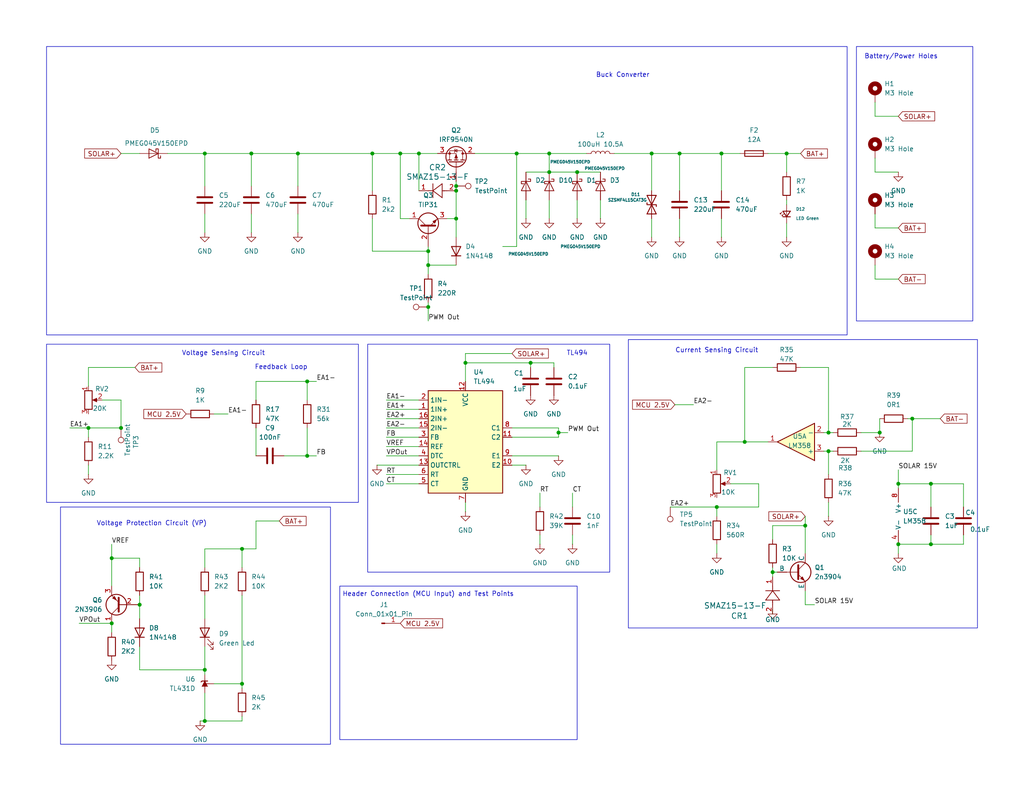
<source format=kicad_sch>
(kicad_sch (version 20231120) (generator "eeschema") (generator_version "8.0")
  (paper "USLetter")
  (title_block (title "Main"))
  (junction (at 226.06 118.11))
  (junction (at 185.42 41.91))
  (junction (at 226.06 123.19))
  (junction (at 127 99.06))
  (junction (at 149.86 46.99))
  (junction (at 195.58 138.43))
  (junction (at 245.11 148.59))
  (junction (at 254 148.59))
  (junction (at 38.1 165.1))
  (junction (at 157.48 46.99))
  (junction (at 114.3 41.91))
  (junction (at 30.48 170.18))
  (junction (at 203.2 120.65))
  (junction (at 66.04 149.86))
  (junction (at 124.46 52.07))
  (junction (at 214.63 41.91))
  (junction (at 68.58 41.91))
  (junction (at 219.71 143.51))
  (junction (at 140.97 41.91))
  (junction (at 83.82 104.14))
  (junction (at 33.02 116.84))
  (junction (at 24.13 116.84))
  (junction (at 101.6 41.91))
  (junction (at 248.92 114.3))
  (junction (at 30.48 152.4))
  (junction (at 124.46 50.8))
  (junction (at 55.88 41.91))
  (junction (at 144.78 99.06))
  (junction (at 210.82 156.21))
  (junction (at 254 132.08))
  (junction (at 109.22 41.91))
  (junction (at 152.4 118.11))
  (junction (at 196.85 41.91))
  (junction (at 124.46 59.69))
  (junction (at 55.88 182.88))
  (junction (at 116.84 83.82))
  (junction (at 116.84 68.58))
  (junction (at 81.28 41.91))
  (junction (at 66.04 186.69))
  (junction (at 116.84 72.39))
  (junction (at 240.03 118.11))
  (junction (at 55.88 196.85))
  (junction (at 245.11 132.08))
  (junction (at 177.8 41.91))
  (junction (at 149.86 41.91))
  (junction (at 83.82 124.46))
  (wire (pts (xy 116.84 67.31) (xy 116.84 68.58)))
  (wire (pts (xy 144.78 99.06) (xy 144.78 100.33)))
  (wire (pts (xy 109.22 41.91) (xy 114.3 41.91)))
  (wire (pts (xy 238.76 58.42) (xy 238.76 62.23)))
  (wire (pts (xy 30.48 170.18) (xy 30.48 172.72)))
  (wire (pts (xy 101.6 59.69) (xy 101.6 68.58)))
  (wire (pts (xy 139.7 124.46) (xy 152.4 124.46)))
  (wire (pts (xy 137.16 67.31) (xy 140.97 67.31)))
  (wire (pts (xy 157.48 54.61) (xy 157.48 59.69)))
  (wire (pts (xy 24.13 116.84) (xy 24.13 119.38)))
  (wire (pts (xy 210.82 156.21) (xy 210.82 157.48)))
  (wire (pts (xy 214.63 60.96) (xy 214.63 64.77)))
  (wire (pts (xy 214.63 54.61) (xy 214.63 55.88)))
  (wire (pts (xy 219.71 140.97) (xy 219.71 143.51)))
  (wire (pts (xy 83.82 104.14) (xy 83.82 109.22)))
  (wire (pts (xy 55.88 176.53) (xy 55.88 182.88)))
  (wire (pts (xy 139.7 96.52) (xy 127 96.52)))
  (wire (pts (xy 254 148.59) (xy 262.89 148.59)))
  (wire (pts (xy 38.1 162.56) (xy 38.1 165.1)))
  (wire (pts (xy 199.39 132.08) (xy 207.01 132.08)))
  (wire (pts (xy 68.58 41.91) (xy 68.58 50.8)))
  (wire (pts (xy 55.88 162.56) (xy 55.88 168.91)))
  (wire (pts (xy 226.06 137.16) (xy 226.06 140.97)))
  (wire (pts (xy 30.48 152.4) (xy 30.48 160.02)))
  (wire (pts (xy 27.94 109.22) (xy 33.02 109.22)))
  (wire (pts (xy 167.64 41.91) (xy 177.8 41.91)))
  (wire (pts (xy 210.82 100.33) (xy 203.2 100.33)))
  (wire (pts (xy 105.41 114.3) (xy 114.3 114.3)))
  (wire (pts (xy 33.02 41.91) (xy 38.1 41.91)))
  (wire (pts (xy 151.13 99.06) (xy 151.13 100.33)))
  (wire (pts (xy 262.89 148.59) (xy 262.89 146.05)))
  (wire (pts (xy 224.79 123.19) (xy 226.06 123.19)))
  (wire (pts (xy 124.46 50.8) (xy 124.46 52.07)))
  (wire (pts (xy 121.92 59.69) (xy 124.46 59.69)))
  (wire (pts (xy 124.46 59.69) (xy 124.46 64.77)))
  (wire (pts (xy 227.33 118.11) (xy 226.06 118.11)))
  (wire (pts (xy 55.88 41.91) (xy 68.58 41.91)))
  (wire (pts (xy 210.82 154.94) (xy 210.82 156.21)))
  (wire (pts (xy 69.85 104.14) (xy 83.82 104.14)))
  (wire (pts (xy 214.63 41.91) (xy 214.63 46.99)))
  (wire (pts (xy 55.88 41.91) (xy 55.88 50.8)))
  (wire (pts (xy 33.02 109.22) (xy 33.02 116.84)))
  (wire (pts (xy 55.88 149.86) (xy 66.04 149.86)))
  (wire (pts (xy 226.06 123.19) (xy 226.06 129.54)))
  (wire (pts (xy 212.09 156.21) (xy 210.82 156.21)))
  (wire (pts (xy 55.88 196.85) (xy 66.04 196.85)))
  (wire (pts (xy 152.4 118.11) (xy 154.94 118.11)))
  (wire (pts (xy 38.1 154.94) (xy 38.1 152.4)))
  (wire (pts (xy 68.58 41.91) (xy 81.28 41.91)))
  (wire (pts (xy 109.22 59.69) (xy 111.76 59.69)))
  (wire (pts (xy 69.85 116.84) (xy 69.85 124.46)))
  (wire (pts (xy 38.1 176.53) (xy 38.1 182.88)))
  (wire (pts (xy 177.8 41.91) (xy 185.42 41.91)))
  (wire (pts (xy 226.06 123.19) (xy 227.33 123.19)))
  (wire (pts (xy 140.97 41.91) (xy 149.86 41.91)))
  (wire (pts (xy 45.72 41.91) (xy 55.88 41.91)))
  (wire (pts (xy 76.2 142.24) (xy 69.85 142.24)))
  (wire (pts (xy 66.04 186.69) (xy 66.04 187.96)))
  (wire (pts (xy 101.6 41.91) (xy 101.6 52.07)))
  (wire (pts (xy 83.82 104.14) (xy 86.36 104.14)))
  (wire (pts (xy 238.76 27.94) (xy 238.76 31.75)))
  (wire (pts (xy 185.42 41.91) (xy 196.85 41.91)))
  (wire (pts (xy 83.82 124.46) (xy 86.36 124.46)))
  (wire (pts (xy 226.06 118.11) (xy 224.79 118.11)))
  (wire (pts (xy 105.41 111.76) (xy 114.3 111.76)))
  (wire (pts (xy 152.4 116.84) (xy 152.4 118.11)))
  (wire (pts (xy 81.28 58.42) (xy 81.28 63.5)))
  (wire (pts (xy 55.88 182.88) (xy 38.1 182.88)))
  (wire (pts (xy 214.63 41.91) (xy 209.55 41.91)))
  (wire (pts (xy 149.86 41.91) (xy 160.02 41.91)))
  (wire (pts (xy 157.48 46.99) (xy 163.83 46.99)))
  (wire (pts (xy 195.58 138.43) (xy 207.01 138.43)))
  (wire (pts (xy 248.92 123.19) (xy 248.92 114.3)))
  (wire (pts (xy 262.89 132.08) (xy 254 132.08)))
  (wire (pts (xy 207.01 132.08) (xy 207.01 138.43)))
  (wire (pts (xy 195.58 120.65) (xy 203.2 120.65)))
  (wire (pts (xy 219.71 165.1) (xy 222.25 165.1)))
  (wire (pts (xy 203.2 120.65) (xy 209.55 120.65)))
  (wire (pts (xy 149.86 54.61) (xy 149.86 59.69)))
  (wire (pts (xy 254 132.08) (xy 245.11 132.08)))
  (wire (pts (xy 248.92 114.3) (xy 256.54 114.3)))
  (wire (pts (xy 210.82 143.51) (xy 210.82 147.32)))
  (wire (pts (xy 69.85 142.24) (xy 69.85 149.86)))
  (wire (pts (xy 102.87 127) (xy 114.3 127)))
  (wire (pts (xy 234.95 123.19) (xy 248.92 123.19)))
  (wire (pts (xy 245.11 128.27) (xy 245.11 132.08)))
  (wire (pts (xy 143.51 46.99) (xy 149.86 46.99)))
  (wire (pts (xy 105.41 124.46) (xy 114.3 124.46)))
  (wire (pts (xy 58.42 186.69) (xy 66.04 186.69)))
  (wire (pts (xy 152.4 118.11) (xy 152.4 119.38)))
  (wire (pts (xy 196.85 59.69) (xy 196.85 64.77)))
  (wire (pts (xy 203.2 100.33) (xy 203.2 120.65)))
  (wire (pts (xy 234.95 118.11) (xy 240.03 118.11)))
  (wire (pts (xy 139.7 116.84) (xy 152.4 116.84)))
  (wire (pts (xy 55.88 149.86) (xy 55.88 154.94)))
  (wire (pts (xy 114.3 41.91) (xy 119.38 41.91)))
  (wire (pts (xy 77.47 124.46) (xy 83.82 124.46)))
  (wire (pts (xy 116.84 68.58) (xy 116.84 72.39)))
  (wire (pts (xy 129.54 41.91) (xy 140.97 41.91)))
  (wire (pts (xy 116.84 72.39) (xy 124.46 72.39)))
  (wire (pts (xy 238.76 76.2) (xy 245.11 76.2)))
  (wire (pts (xy 66.04 149.86) (xy 69.85 149.86)))
  (wire (pts (xy 140.97 67.31) (xy 140.97 41.91)))
  (wire (pts (xy 139.7 127) (xy 143.51 127)))
  (wire (pts (xy 147.32 146.05) (xy 147.32 148.59)))
  (wire (pts (xy 38.1 165.1) (xy 38.1 168.91)))
  (wire (pts (xy 116.84 82.55) (xy 116.84 83.82)))
  (wire (pts (xy 55.88 58.42) (xy 55.88 63.5)))
  (wire (pts (xy 127 96.52) (xy 127 99.06)))
  (wire (pts (xy 24.13 127) (xy 24.13 129.54)))
  (wire (pts (xy 109.22 41.91) (xy 109.22 59.69)))
  (wire (pts (xy 238.76 43.18) (xy 238.76 46.99)))
  (wire (pts (xy 66.04 162.56) (xy 66.04 186.69)))
  (wire (pts (xy 238.76 31.75) (xy 245.11 31.75)))
  (wire (pts (xy 210.82 143.51) (xy 219.71 143.51)))
  (wire (pts (xy 163.83 54.61) (xy 163.83 59.69)))
  (wire (pts (xy 247.65 114.3) (xy 248.92 114.3)))
  (wire (pts (xy 218.44 100.33) (xy 226.06 100.33)))
  (wire (pts (xy 105.41 132.08) (xy 114.3 132.08)))
  (wire (pts (xy 116.84 72.39) (xy 116.84 74.93)))
  (wire (pts (xy 149.86 46.99) (xy 157.48 46.99)))
  (wire (pts (xy 182.88 138.43) (xy 195.58 138.43)))
  (wire (pts (xy 105.41 109.22) (xy 114.3 109.22)))
  (wire (pts (xy 21.59 170.18) (xy 30.48 170.18)))
  (wire (pts (xy 55.88 182.88) (xy 55.88 184.15)))
  (wire (pts (xy 81.28 41.91) (xy 81.28 50.8)))
  (wire (pts (xy 245.11 151.13) (xy 245.11 148.59)))
  (wire (pts (xy 127 99.06) (xy 144.78 99.06)))
  (wire (pts (xy 101.6 68.58) (xy 116.84 68.58)))
  (wire (pts (xy 254 132.08) (xy 254 138.43)))
  (wire (pts (xy 195.58 148.59) (xy 195.58 151.13)))
  (wire (pts (xy 55.88 189.23) (xy 55.88 196.85)))
  (wire (pts (xy 58.42 113.03) (xy 62.23 113.03)))
  (wire (pts (xy 30.48 152.4) (xy 38.1 152.4)))
  (wire (pts (xy 24.13 100.33) (xy 36.83 100.33)))
  (wire (pts (xy 185.42 52.07) (xy 185.42 41.91)))
  (wire (pts (xy 147.32 134.62) (xy 147.32 138.43)))
  (wire (pts (xy 55.88 196.85) (xy 54.61 196.85)))
  (wire (pts (xy 149.86 41.91) (xy 149.86 46.99)))
  (wire (pts (xy 101.6 41.91) (xy 109.22 41.91)))
  (wire (pts (xy 105.41 121.92) (xy 114.3 121.92)))
  (wire (pts (xy 238.76 72.39) (xy 238.76 76.2)))
  (wire (pts (xy 184.15 110.49) (xy 189.23 110.49)))
  (wire (pts (xy 127 137.16) (xy 127 139.7)))
  (wire (pts (xy 196.85 41.91) (xy 196.85 52.07)))
  (wire (pts (xy 143.51 54.61) (xy 143.51 59.69)))
  (wire (pts (xy 105.41 129.54) (xy 114.3 129.54)))
  (wire (pts (xy 30.48 148.59) (xy 30.48 152.4)))
  (wire (pts (xy 139.7 119.38) (xy 152.4 119.38)))
  (wire (pts (xy 105.41 116.84) (xy 114.3 116.84)))
  (wire (pts (xy 24.13 100.33) (xy 24.13 105.41)))
  (wire (pts (xy 66.04 196.85) (xy 66.04 195.58)))
  (wire (pts (xy 195.58 138.43) (xy 195.58 140.97)))
  (wire (pts (xy 66.04 149.86) (xy 66.04 154.94)))
  (wire (pts (xy 177.8 41.91) (xy 177.8 52.07)))
  (wire (pts (xy 105.41 119.38) (xy 114.3 119.38)))
  (wire (pts (xy 210.82 166.37) (xy 210.82 167.64)))
  (wire (pts (xy 238.76 46.99) (xy 245.11 46.99)))
  (wire (pts (xy 116.84 83.82) (xy 116.84 87.63)))
  (wire (pts (xy 114.3 41.91) (xy 114.3 52.07)))
  (wire (pts (xy 185.42 59.69) (xy 185.42 64.77)))
  (wire (pts (xy 238.76 62.23) (xy 245.11 62.23)))
  (wire (pts (xy 156.21 146.05) (xy 156.21 148.59)))
  (wire (pts (xy 69.85 109.22) (xy 69.85 104.14)))
  (wire (pts (xy 226.06 100.33) (xy 226.06 118.11)))
  (wire (pts (xy 254 148.59) (xy 254 146.05)))
  (wire (pts (xy 124.46 52.07) (xy 124.46 59.69)))
  (wire (pts (xy 68.58 58.42) (xy 68.58 63.5)))
  (wire (pts (xy 177.8 59.69) (xy 177.8 64.77)))
  (wire (pts (xy 144.78 99.06) (xy 151.13 99.06)))
  (wire (pts (xy 127 99.06) (xy 127 104.14)))
  (wire (pts (xy 214.63 41.91) (xy 218.44 41.91)))
  (wire (pts (xy 19.05 116.84) (xy 24.13 116.84)))
  (wire (pts (xy 262.89 138.43) (xy 262.89 132.08)))
  (wire (pts (xy 83.82 116.84) (xy 83.82 124.46)))
  (wire (pts (xy 196.85 41.91) (xy 201.93 41.91)))
  (wire (pts (xy 124.46 49.53) (xy 124.46 50.8)))
  (wire (pts (xy 245.11 132.08) (xy 245.11 133.35)))
  (wire (pts (xy 240.03 114.3) (xy 240.03 118.11)))
  (wire (pts (xy 219.71 143.51) (xy 219.71 151.13)))
  (wire (pts (xy 245.11 148.59) (xy 254 148.59)))
  (wire (pts (xy 219.71 161.29) (xy 219.71 165.1)))
  (wire (pts (xy 81.28 41.91) (xy 101.6 41.91)))
  (wire (pts (xy 33.02 116.84) (xy 24.13 116.84)))
  (wire (pts (xy 195.58 120.65) (xy 195.58 128.27)))
  (wire (pts (xy 156.21 134.62) (xy 156.21 138.43)))
  (rectangle (start 233.68 12.7) (end 265.43 87.63))
  (rectangle (start 12.7 12.7) (end 231.14 91.44))
  (rectangle (start 171.45 92.71) (end 266.7 171.45))
  (rectangle (start 12.7 93.98) (end 97.79 137.16))
  (rectangle (start 100.33 93.98) (end 166.37 156.21))
  (rectangle (start 16.51 138.43) (end 90.17 203.2))
  (rectangle (start 92.71 160.02) (end 157.48 201.93))
  (text "Voltage Protection Circuit (VP)" (at 41.402 143.002 0) (effects (font (size 1.27 1.27))))
  (text "Voltage Sensing Circuit" (at 60.96 96.52 0) (effects (font (size 1.27 1.27))))
  (text "Feedback Loop" (at 76.708 100.33 0) (effects (font (size 1.27 1.27))))
  (text "Header Connection (MCU Input) and Test Points\n\n" (at 116.84 163.322 0) (effects (font (size 1.27 1.27))))
  (text "Current Sensing Circuit" (at 195.58 95.758 0) (effects (font (size 1.27 1.27))))
  (text "Battery/Power Holes\n" (at 245.872 15.494 0) (effects (font (size 1.27 1.27))))
  (text "Buck Converter\n" (at 169.926 20.574 0) (effects (font (size 1.27 1.27))))
  (text "TL494" (at 157.48 96.52 0) (effects (font (size 1.27 1.27))))
  (label "EA2-" (at 189.23 110.49 0))
  (label "FB" (at 86.36 124.46 0))
  (label "VPOut" (at 21.59 170.18 0))
  (label "EA2-" (at 105.41 116.84 0))
  (label "EA1+" (at 19.05 116.84 0))
  (label "CT" (at 105.41 132.08 0))
  (label "VREF" (at 105.41 121.92 0))
  (label "RT" (at 105.41 129.54 0))
  (label "SOLAR 15V" (at 222.25 165.1 0))
  (label "VPOut" (at 105.41 124.46 0))
  (label "EA2+" (at 182.88 138.43 0))
  (label "RT" (at 147.32 134.62 0))
  (label "PWM Out" (at 154.94 118.11 0))
  (label "EA1+" (at 105.41 111.76 0))
  (label "EA2+" (at 105.41 114.3 0))
  (label "VREF" (at 30.48 148.59 0))
  (label "CT" (at 156.21 134.62 0))
  (label "EA1-" (at 105.41 109.22 0))
  (label "FB" (at 105.41 119.38 0))
  (label "PWM Out" (at 116.84 87.63 0))
  (label "EA1-" (at 86.36 104.14 0))
  (label "EA1-" (at 62.23 113.03 0))
  (label "SOLAR 15V" (at 245.11 128.27 0))
  (global_label "BAT-" (shape input) (at 256.54 114.3 0) (property "Intersheetrefs" "${INTERSHEET_REFS}" (effects (hide yes))))
  (global_label "SOLAR+" (shape input) (at 139.7 96.52 0) (property "Intersheetrefs" "${INTERSHEET_REFS}" (effects (hide yes))))
  (global_label "BAT+" (shape input) (at 245.11 62.23 0) (property "Intersheetrefs" "${INTERSHEET_REFS}" (effects (hide yes))))
  (global_label "BAT+" (shape input) (at 76.2 142.24 0) (property "Intersheetrefs" "${INTERSHEET_REFS}" (effects (hide yes))))
  (global_label "SOLAR+" (shape input) (at 33.02 41.91 180) (property "Intersheetrefs" "${INTERSHEET_REFS}" (effects (hide yes))))
  (global_label "BAT+" (shape input) (at 218.44 41.91 0) (property "Intersheetrefs" "${INTERSHEET_REFS}" (effects (hide yes))))
  (global_label "BAT-" (shape input) (at 245.11 76.2 0) (property "Intersheetrefs" "${INTERSHEET_REFS}" (effects (hide yes))))
  (global_label "MCU 2.5V" (shape input) (at 50.8 113.03 180) (property "Intersheetrefs" "${INTERSHEET_REFS}" (effects (hide yes))))
  (global_label "BAT+" (shape input) (at 36.83 100.33 0) (property "Intersheetrefs" "${INTERSHEET_REFS}" (effects (hide yes))))
  (global_label "SOLAR+" (shape input) (at 219.71 140.97 180) (property "Intersheetrefs" "${INTERSHEET_REFS}" (effects (hide yes))))
  (global_label "MCU 2.5V" (shape input) (at 109.22 170.18 0) (property "Intersheetrefs" "${INTERSHEET_REFS}" (effects (hide yes))))
  (global_label "MCU 2.5V" (shape input) (at 184.15 110.49 180) (property "Intersheetrefs" "${INTERSHEET_REFS}" (effects (hide yes))))
  (global_label "SOLAR+" (shape input) (at 245.11 31.75 0) (property "Intersheetrefs" "${INTERSHEET_REFS}" (effects (hide yes))))
  (symbol (lib_id "Device:Fuse") (at 205.74 41.91 90) (unit 1)
    (property "Reference" "F2" (at 205.74 35.56 90))
    (property "Value" "12A" (at 205.74 38.1 90))
    (property "Footprint" "Fuse:Fuseholder_Clip-6.3x32mm_Littelfuse_102071_Inline_P34.70x7.60mm_D2.00mm_Horizontal" (effects (hide yes)))
    (property "Description" "Fuse" (effects (hide yes)))
  )
  (symbol (lib_id "Device:R") (at 66.04 191.77 0) (unit 1)
    (property "Reference" "R45" (at 68.58 190.4999 0) (effects (justify left)))
    (property "Value" "2K" (at 68.58 193.0399 0) (effects (justify left)))
    (property "Footprint" "Resistor_SMD:R_0805_2012Metric_Pad1.20x1.40mm_HandSolder" (effects (hide yes)))
    (property "Description" "Resistor" (effects (hide yes)))
  )
  (symbol (lib_id "power:GND") (at 156.21 148.59 0) (unit 1)
    (property "Reference" "#PWR035" (effects (hide yes)))
    (property "Value" "GND" (at 156.21 153.67 0))
    (property "Description" "Power symbol creates a global label with name \"GND\" , ground" (effects (hide yes)))
  )
  (symbol (lib_id "Device:R") (at 55.88 158.75 0) (unit 1)
    (property "Reference" "R43" (at 58.42 157.4799 0) (effects (justify left)))
    (property "Value" "2K2" (at 58.42 160.0199 0) (effects (justify left)))
    (property "Footprint" "Resistor_SMD:R_0805_2012Metric_Pad1.20x1.40mm_HandSolder" (effects (hide yes)))
    (property "Description" "Resistor" (effects (hide yes)))
  )
  (symbol (lib_id "Diode:PMEG045V150EPD") (at 163.83 50.8 270) (unit 1)
    (property "Reference" "D3" (at 166.37 49.2124 90) (effects (justify left)))
    (property "Value" "PMEG045V150EPD" (at 159.512 45.974 90) (effects (font (size 0.8 0.8)) (justify left)))
    (property "Footprint" "Package_TO_SOT_SMD:Nexperia_CFP15_SOT-1289" (effects (hide yes)))
    (property "Datasheet" "https://assets.nexperia.com/documents/data-sheet/PMEG045V150EPD.pdf" (effects (hide yes)))
    (property "Description" "45V, 15A low Vf MEGA Schottky barrier rectifier, SOT-1289" (effects (hide yes)))
  )
  (symbol (lib_id "power:GND") (at 152.4 124.46 0) (unit 1)
    (property "Reference" "#PWR032" (effects (hide yes)))
    (property "Value" "GND" (at 152.4 129.54 0))
    (property "Description" "Power symbol creates a global label with name \"GND\" , ground" (effects (hide yes)))
  )
  (symbol (lib_id "Device:C") (at 73.66 124.46 90) (unit 1)
    (property "Reference" "C9" (at 73.66 116.84 90))
    (property "Value" "100nF" (at 73.66 119.38 90))
    (property "Footprint" "Capacitor_SMD:C_0805_2012Metric_Pad1.18x1.45mm_HandSolder" (effects (hide yes)))
    (property "Description" "Unpolarized capacitor" (effects (hide yes)))
  )
  (symbol (lib_id "Device:R") (at 69.85 113.03 0) (unit 1)
    (property "Reference" "R17" (at 72.39 111.7599 0) (effects (justify left)))
    (property "Value" "47K" (at 72.39 114.2999 0) (effects (justify left)))
    (property "Footprint" "Resistor_SMD:R_0805_2012Metric_Pad1.20x1.40mm_HandSolder" (effects (hide yes)))
    (property "Description" "Resistor" (effects (hide yes)))
  )
  (symbol (lib_id "power:GND") (at 143.51 127 0) (unit 1)
    (property "Reference" "#PWR031" (effects (hide yes)))
    (property "Value" "GND" (at 143.51 132.08 0))
    (property "Description" "Power symbol creates a global label with name \"GND\" , ground" (effects (hide yes)))
  )
  (symbol (lib_id "power:GND") (at 127 139.7 0) (unit 1)
    (property "Reference" "#PWR028" (effects (hide yes)))
    (property "Value" "GND" (at 127 144.78 0))
    (property "Description" "Power symbol creates a global label with name \"GND\" , ground" (effects (hide yes)))
  )
  (symbol (lib_id "power:GND") (at 177.8 64.77 0) (unit 1)
    (property "Reference" "#PWR011" (effects (hide yes)))
    (property "Value" "GND" (at 177.8 69.85 0))
    (property "Description" "Power symbol creates a global label with name \"GND\" , ground" (effects (hide yes)))
  )
  (symbol (lib_id "Device:R") (at 30.48 176.53 0) (unit 1)
    (property "Reference" "R40" (at 33.02 175.2599 0) (effects (justify left)))
    (property "Value" "2K2" (at 33.02 177.7999 0) (effects (justify left)))
    (property "Footprint" "Resistor_SMD:R_0805_2012Metric_Pad1.20x1.40mm_HandSolder" (effects (hide yes)))
    (property "Description" "Resistor" (effects (hide yes)))
  )
  (symbol (lib_id "Device:C") (at 156.21 142.24 0) (unit 1)
    (property "Reference" "C10" (at 160.02 140.9699 0) (effects (justify left)))
    (property "Value" "1nF" (at 160.02 143.5099 0) (effects (justify left)))
    (property "Footprint" "Capacitor_SMD:C_0805_2012Metric_Pad1.18x1.45mm_HandSolder" (effects (hide yes)))
    (property "Description" "Unpolarized capacitor" (effects (hide yes)))
  )
  (symbol (lib_id "power:GND") (at 30.48 180.34 0) (unit 1)
    (property "Reference" "#PWR033" (effects (hide yes)))
    (property "Value" "GND" (at 30.48 185.42 0))
    (property "Description" "Power symbol creates a global label with name \"GND\" , ground" (effects (hide yes)))
  )
  (symbol (lib_id "power:GND") (at 151.13 107.95 0) (unit 1)
    (property "Reference" "#PWR02" (effects (hide yes)))
    (property "Value" "GND" (at 151.13 113.03 0))
    (property "Description" "Power symbol creates a global label with name \"GND\" , ground" (effects (hide yes)))
  )
  (symbol (lib_id "Simulation_SPICE:NPN") (at 217.17 156.21 0) (unit 1)
    (property "Reference" "Q1" (at 222.25 154.9399 0) (effects (justify left)))
    (property "Value" "2n3904" (at 222.25 157.4799 0) (effects (justify left)))
    (property "Footprint" "Package_TO_SOT_THT:TO-92_Inline" (effects (hide yes)))
    (property "Datasheet" "https://ngspice.sourceforge.io/docs/ngspice-html-manual/manual.xhtml#cha_BJTs" (effects (hide yes)))
    (property "Description" "Bipolar transistor symbol for simulation only, substrate tied to the emitter" (effects (hide yes)))
    (property "Sim.Device" "NPN" (effects (hide yes)))
    (property "Sim.Type" "GUMMELPOON" (effects (hide yes)))
    (property "Sim.Pins" "1=C 2=B 3=E" (effects (hide yes)))
  )
  (symbol (lib_id "Device:R") (at 83.82 113.03 0) (unit 1)
    (property "Reference" "R31" (at 86.36 111.7599 0) (effects (justify left)))
    (property "Value" "56k" (at 86.36 114.2999 0) (effects (justify left)))
    (property "Footprint" "Resistor_SMD:R_0805_2012Metric_Pad1.20x1.40mm_HandSolder" (effects (hide yes)))
    (property "Description" "Resistor" (effects (hide yes)))
  )
  (symbol (lib_id "power:GND") (at 147.32 148.59 0) (unit 1)
    (property "Reference" "#PWR034" (effects (hide yes)))
    (property "Value" "GND" (at 147.32 153.67 0))
    (property "Description" "Power symbol creates a global label with name \"GND\" , ground" (effects (hide yes)))
  )
  (symbol (lib_id "Device:C") (at 151.13 104.14 0) (unit 1)
    (property "Reference" "C2" (at 154.94 102.8699 0) (effects (justify left)))
    (property "Value" "0.1uF" (at 154.94 105.4099 0) (effects (justify left)))
    (property "Footprint" "Capacitor_SMD:C_0805_2012Metric" (effects (hide yes)))
    (property "Description" "Unpolarized capacitor" (effects (hide yes)))
  )
  (symbol (lib_id "power:GND") (at 157.48 59.69 0) (unit 1)
    (property "Reference" "#PWR03" (effects (hide yes)))
    (property "Value" "GND" (at 157.48 64.77 0))
    (property "Description" "Power symbol creates a global label with name \"GND\" , ground" (effects (hide yes)))
  )
  (symbol (lib_id "Mechanical:MountingHole_Pad") (at 238.76 40.64 0) (unit 1) (exclude_from_sim yes) (in_bom no)
    (property "Reference" "H2" (at 241.3 38.0999 0) (effects (justify left)))
    (property "Value" "M3 Hole" (at 241.3 40.6399 0) (effects (justify left)))
    (property "Footprint" "MountingHole:MountingHole_3.2mm_M3_Pad_TopBottom" (effects (hide yes)))
    (property "Description" "Mounting Hole with connection" (effects (hide yes)))
  )
  (symbol (lib_id "Connector:TestPoint") (at 33.02 116.84 180) (unit 1)
    (property "Reference" "TP3" (at 37.084 120.65 90))
    (property "Value" "TestPoint" (at 34.798 120.142 90))
    (property "Footprint" "TestPoint:TestPoint_Loop_D2.54mm_Drill1.5mm_Beaded" (effects (hide yes)))
    (property "Description" "test point" (effects (hide yes)))
  )
  (symbol (lib_id "Connector:TestPoint") (at 116.84 83.82 90) (unit 1)
    (property "Reference" "TP1" (at 113.538 78.74 90))
    (property "Value" "TestPoint" (at 113.538 81.28 90))
    (property "Footprint" "TestPoint:TestPoint_Loop_D2.54mm_Drill1.5mm_Beaded" (effects (hide yes)))
    (property "Description" "test point" (effects (hide yes)))
  )
  (symbol (lib_id "2024-04-08_20-40-16:SMAZ15-13-F") (at 210.82 167.64 90) (unit 1)
    (property "Reference" "CR1" (at 199.39 168.148 90) (effects (font (size 1.524 1.524)) (justify right)))
    (property "Value" "SMAZ15-13-F" (at 192.024 165.354 90) (effects (font (size 1.524 1.524)) (justify right)))
    (property "Footprint" "Symbols and footprints:SMA_DIO" (effects (hide yes)))
    (property "Datasheet" "SMAZ15-13-F" (effects (hide yes)))
  )
  (symbol (lib_id "Diode:PMEG045V150EPD") (at 149.86 50.8 270) (unit 1)
    (property "Reference" "D10" (at 152.4 49.2124 90) (effects (justify left)))
    (property "Value" "PMEG045V150EPD" (at 150.114 44.196 90) (effects (font (size 0.8 0.8)) (justify left)))
    (property "Footprint" "Package_TO_SOT_SMD:Nexperia_CFP15_SOT-1289" (effects (hide yes)))
    (property "Datasheet" "https://assets.nexperia.com/documents/data-sheet/PMEG045V150EPD.pdf" (effects (hide yes)))
    (property "Description" "45V, 15A low Vf MEGA Schottky barrier rectifier, SOT-1289" (effects (hide yes)))
  )
  (symbol (lib_id "Connector:TestPoint") (at 182.88 138.43 180) (unit 1)
    (property "Reference" "TP5" (at 185.42 140.4619 0) (effects (justify right)))
    (property "Value" "TestPoint" (at 185.42 143.0019 0) (effects (justify right)))
    (property "Footprint" "TestPoint:TestPoint_Loop_D2.54mm_Drill1.5mm_Beaded" (effects (hide yes)))
    (property "Description" "test point" (effects (hide yes)))
  )
  (symbol (lib_id "power:GND") (at 185.42 64.77 0) (unit 1)
    (property "Reference" "#PWR012" (effects (hide yes)))
    (property "Value" "GND" (at 185.42 69.85 0))
    (property "Description" "Power symbol creates a global label with name \"GND\" , ground" (effects (hide yes)))
  )
  (symbol (lib_id "power:GND") (at 143.51 59.69 0) (unit 1)
    (property "Reference" "#PWR04" (effects (hide yes)))
    (property "Value" "GND" (at 143.51 64.77 0))
    (property "Description" "Power symbol creates a global label with name \"GND\" , ground" (effects (hide yes)))
  )
  (symbol (lib_id "Device:R") (at 210.82 151.13 0) (unit 1)
    (property "Reference" "R3" (at 213.36 149.8599 0) (effects (justify left)))
    (property "Value" "10K" (at 213.36 152.3999 0) (effects (justify left)))
    (property "Footprint" "Resistor_SMD:R_0805_2012Metric_Pad1.20x1.40mm_HandSolder" (effects (hide yes)))
    (property "Description" "Resistor" (effects (hide yes)))
  )
  (symbol (lib_id "power:GND") (at 149.86 59.69 0) (unit 1)
    (property "Reference" "#PWR010" (effects (hide yes)))
    (property "Value" "GND" (at 149.86 64.77 0))
    (property "Description" "Power symbol creates a global label with name \"GND\" , ground" (effects (hide yes)))
  )
  (symbol (lib_id "Device:R") (at 231.14 118.11 90) (unit 1)
    (property "Reference" "R37" (at 231.14 113.792 90))
    (property "Value" "2K" (at 231.14 115.824 90))
    (property "Footprint" "Resistor_SMD:R_0805_2012Metric_Pad1.20x1.40mm_HandSolder" (effects (hide yes)))
    (property "Description" "Resistor" (effects (hide yes)))
  )
  (symbol (lib_id "power:GND") (at 196.85 64.77 0) (unit 1)
    (property "Reference" "#PWR013" (effects (hide yes)))
    (property "Value" "GND" (at 196.85 69.85 0))
    (property "Description" "Power symbol creates a global label with name \"GND\" , ground" (effects (hide yes)))
  )
  (symbol (lib_id "Transistor_BJT:BC557") (at 33.02 165.1 180) (unit 1)
    (property "Reference" "Q6" (at 27.94 163.8299 0) (effects (justify left)))
    (property "Value" "2N3906" (at 27.94 166.3699 0) (effects (justify left)))
    (property "Footprint" "Package_TO_SOT_THT:TO-92_Inline" (effects (hide yes)))
    (property "Datasheet" "https://www.onsemi.com/pub/Collateral/BC556BTA-D.pdf" (effects (hide yes)))
    (property "Description" "0.1A Ic, 45V Vce, PNP Small Signal Transistor, TO-92" (effects (hide yes)))
  )
  (symbol (lib_id "Diode:PMEG045V150EPD") (at 41.91 41.91 180) (unit 1)
    (property "Reference" "D5" (at 42.2275 35.56 0))
    (property "Value" "PMEG045V150EPD" (at 42.672 39.116 0))
    (property "Footprint" "Package_TO_SOT_SMD:Nexperia_CFP15_SOT-1289" (effects (hide yes)))
    (property "Datasheet" "https://assets.nexperia.com/documents/data-sheet/PMEG045V150EPD.pdf" (effects (hide yes)))
    (property "Description" "45V, 15A low Vf MEGA Schottky barrier rectifier, SOT-1289" (effects (hide yes)))
  )
  (symbol (lib_id "Transistor_FET:IRF9540N") (at 124.46 44.45 270) (mirror x) (unit 1)
    (property "Reference" "Q2" (at 124.46 35.56 90))
    (property "Value" "IRF9540N" (at 124.46 38.1 90))
    (property "Footprint" "Package_TO_SOT_THT:TO-220-3_Vertical" (effects (hide yes)))
    (property "Datasheet" "http://www.irf.com/product-info/datasheets/data/irf9540n.pdf" (effects (hide yes)))
    (property "Description" "-23A Id, -100V Vds, 117mOhm Rds, P-Channel HEXFET Power MOSFET, TO-220" (effects (hide yes)))
  )
  (symbol (lib_id "power:GND") (at 68.58 63.5 0) (unit 1)
    (property "Reference" "#PWR08" (effects (hide yes)))
    (property "Value" "GND" (at 68.58 68.58 0))
    (property "Description" "Power symbol creates a global label with name \"GND\" , ground" (effects (hide yes)))
  )
  (symbol (lib_id "power:GND") (at 55.88 63.5 0) (unit 1)
    (property "Reference" "#PWR07" (effects (hide yes)))
    (property "Value" "GND" (at 55.88 68.58 0))
    (property "Description" "Power symbol creates a global label with name \"GND\" , ground" (effects (hide yes)))
  )
  (symbol (lib_id "power:GND") (at 226.06 140.97 0) (unit 1)
    (property "Reference" "#PWR030" (effects (hide yes)))
    (property "Value" "GND" (at 226.06 146.05 0))
    (property "Description" "Power symbol creates a global label with name \"GND\" , ground" (effects (hide yes)))
  )
  (symbol (lib_id "Device:R") (at 231.14 123.19 270) (unit 1)
    (property "Reference" "R38" (at 230.632 127.762 90))
    (property "Value" "2K" (at 230.632 125.73 90))
    (property "Footprint" "Resistor_SMD:R_0805_2012Metric_Pad1.20x1.40mm_HandSolder" (effects (hide yes)))
    (property "Description" "Resistor" (effects (hide yes)))
  )
  (symbol (lib_id "Connector:Conn_01x01_Pin") (at 104.14 170.18 0) (unit 1)
    (property "Reference" "J1" (at 104.775 165.1 0))
    (property "Value" "Conn_01x01_Pin" (at 104.775 167.64 0))
    (property "Footprint" "Connector_PinHeader_2.54mm:PinHeader_1x01_P2.54mm_Vertical" (effects (hide yes)))
    (property "Description" "Generic connector, single row, 01x01, script generated" (effects (hide yes)))
  )
  (symbol (lib_id "power:GND") (at 102.87 127 0) (unit 1)
    (property "Reference" "#PWR026" (effects (hide yes)))
    (property "Value" "GND" (at 102.87 132.08 0))
    (property "Description" "Power symbol creates a global label with name \"GND\" , ground" (effects (hide yes)))
  )
  (symbol (lib_id "Device:C") (at 196.85 55.88 0) (unit 1)
    (property "Reference" "C14" (at 200.66 54.6099 0) (effects (justify left)))
    (property "Value" "470uF" (at 200.66 57.1499 0) (effects (justify left)))
    (property "Footprint" "Capacitor_THT:CP_Radial_D10.0mm_P5.00mm" (effects (hide yes)))
    (property "Description" "Unpolarized capacitor" (effects (hide yes)))
  )
  (symbol (lib_id "Device:R_Potentiometer") (at 195.58 132.08 0) (unit 1)
    (property "Reference" "RV1" (at 201.168 129.032 0) (effects (justify right)))
    (property "Value" "10K" (at 200.66 134.366 0) (effects (justify right)))
    (property "Footprint" "Connector_PinHeader_2.54mm:PinHeader_1x03_P2.54mm_Vertical" (effects (hide yes)))
    (property "Description" "Potentiometer" (effects (hide yes)))
  )
  (symbol (lib_id "Mechanical:MountingHole_Pad") (at 238.76 55.88 0) (unit 1) (exclude_from_sim yes) (in_bom no)
    (property "Reference" "H3" (at 241.3 53.3399 0) (effects (justify left)))
    (property "Value" "M3 Hole" (at 241.3 55.8799 0) (effects (justify left)))
    (property "Footprint" "MountingHole:MountingHole_3.2mm_M3_Pad_TopBottom" (effects (hide yes)))
    (property "Description" "Mounting Hole with connection" (effects (hide yes)))
  )
  (symbol (lib_id "power:GND") (at 210.82 166.37 0) (unit 1)
    (property "Reference" "#PWR016" (effects (hide yes)))
    (property "Value" "GND" (at 210.82 169.164 0))
    (property "Description" "Power symbol creates a global label with name \"GND\" , ground" (effects (hide yes)))
  )
  (symbol (lib_id "Device:C") (at 55.88 54.61 0) (unit 1)
    (property "Reference" "C5" (at 59.69 53.3399 0) (effects (justify left)))
    (property "Value" "220uF" (at 59.69 55.8799 0) (effects (justify left)))
    (property "Footprint" "Capacitor_THT:CP_Radial_D12.5mm_P5.00mm" (effects (hide yes)))
    (property "Description" "Unpolarized capacitor" (effects (hide yes)))
  )
  (symbol (lib_id "power:GND") (at 240.03 118.11 0) (unit 1)
    (property "Reference" "#PWR06" (effects (hide yes)))
    (property "Value" "GND" (at 240.03 123.19 0))
    (property "Description" "Power symbol creates a global label with name \"GND\" , ground" (effects (hide yes)))
  )
  (symbol (lib_id "Device:R") (at 147.32 142.24 0) (unit 1)
    (property "Reference" "R42" (at 149.86 140.9699 0) (effects (justify left)))
    (property "Value" "39K" (at 149.86 143.5099 0) (effects (justify left)))
    (property "Footprint" "Resistor_SMD:R_0805_2012Metric_Pad1.20x1.40mm_HandSolder" (effects (hide yes)))
    (property "Description" "Resistor" (effects (hide yes)))
  )
  (symbol (lib_id "2024-04-08_20-40-16:SMAZ15-13-F") (at 124.46 52.07 180) (unit 1)
    (property "Reference" "CR2" (at 119.38 45.72 0) (effects (font (size 1.524 1.524))))
    (property "Value" "SMAZ15-13-F" (at 119.38 48.26 0) (effects (font (size 1.524 1.524))))
    (property "Footprint" "SMA_DIO" (effects (hide yes)))
    (property "Datasheet" "SMAZ15-13-F" (effects (hide yes)))
  )
  (symbol (lib_id "power:GND") (at 163.83 59.69 0) (unit 1)
    (property "Reference" "#PWR05" (effects (hide yes)))
    (property "Value" "GND" (at 163.83 64.77 0))
    (property "Description" "Power symbol creates a global label with name \"GND\" , ground" (effects (hide yes)))
  )
  (symbol (lib_id "Amplifier_Operational:LM358") (at 247.65 140.97 0) (unit 3)
    (property "Reference" "U5" (at 246.38 139.6999 0) (effects (justify left)))
    (property "Value" "LM358" (at 246.38 142.2399 0) (effects (justify left)))
    (property "Footprint" "Package_DIP:DIP-8_W7.62mm_Socket" (effects (hide yes)))
    (property "Datasheet" "http://www.ti.com/lit/ds/symlink/lm2904-n.pdf" (effects (hide yes)))
    (property "Description" "Low-Power, Dual Operational Amplifiers, DIP-8/SOIC-8/TO-99-8" (effects (hide yes)))
  )
  (symbol (lib_id "Diode:1N4148") (at 38.1 172.72 90) (unit 1)
    (property "Reference" "D8" (at 40.64 171.4499 90) (effects (justify right)))
    (property "Value" "1N4148" (at 40.64 173.9899 90) (effects (justify right)))
    (property "Footprint" "Diode_THT:D_DO-35_SOD27_P7.62mm_Horizontal" (effects (hide yes)))
    (property "Datasheet" "https://assets.nexperia.com/documents/data-sheet/1N4148_1N4448.pdf" (effects (hide yes)))
    (property "Description" "100V 0.15A standard switching diode, DO-35" (effects (hide yes)))
    (property "Sim.Device" "D" (effects (hide yes)))
    (property "Sim.Pins" "1=K 2=A" (effects (hide yes)))
  )
  (symbol (lib_id "power:GND") (at 195.58 151.13 0) (unit 1)
    (property "Reference" "#PWR027" (effects (hide yes)))
    (property "Value" "GND" (at 195.58 156.21 0))
    (property "Description" "Power symbol creates a global label with name \"GND\" , ground" (effects (hide yes)))
  )
  (symbol (lib_id "Device:R") (at 54.61 113.03 270) (unit 1)
    (property "Reference" "R9" (at 54.61 106.68 90))
    (property "Value" "1K" (at 54.61 109.22 90))
    (property "Footprint" "Resistor_SMD:R_0805_2012Metric_Pad1.20x1.40mm_HandSolder" (effects (hide yes)))
    (property "Description" "Resistor" (effects (hide yes)))
  )
  (symbol (lib_id "Diode:1N4148") (at 124.46 68.58 90) (unit 1)
    (property "Reference" "D4" (at 127 67.3099 90) (effects (justify right)))
    (property "Value" "1N4148" (at 127 69.8499 90) (effects (justify right)))
    (property "Footprint" "Diode_THT:D_DO-35_SOD27_P7.62mm_Horizontal" (effects (hide yes)))
    (property "Datasheet" "https://assets.nexperia.com/documents/data-sheet/1N4148_1N4448.pdf" (effects (hide yes)))
    (property "Description" "100V 0.15A standard switching diode, DO-35" (effects (hide yes)))
    (property "Sim.Device" "D" (effects (hide yes)))
    (property "Sim.Pins" "1=K 2=A" (effects (hide yes)))
  )
  (symbol (lib_id "Device:R") (at 38.1 158.75 0) (unit 1)
    (property "Reference" "R41" (at 40.64 157.4799 0) (effects (justify left)))
    (property "Value" "10K" (at 40.64 160.0199 0) (effects (justify left)))
    (property "Footprint" "Resistor_SMD:R_0805_2012Metric_Pad1.20x1.40mm_HandSolder" (effects (hide yes)))
    (property "Description" "Resistor" (effects (hide yes)))
  )
  (symbol (lib_id "Device:R") (at 214.63 50.8 0) (unit 1)
    (property "Reference" "R7" (at 217.17 49.5299 0) (effects (justify left)))
    (property "Value" "1K" (at 217.17 52.0699 0) (effects (justify left)))
    (property "Footprint" "Resistor_SMD:R_0805_2012Metric" (effects (hide yes)))
    (property "Description" "Resistor" (effects (hide yes)))
  )
  (symbol (lib_id "power:GND") (at 214.63 64.77 0) (unit 1)
    (property "Reference" "#PWR014" (effects (hide yes)))
    (property "Value" "GND" (at 214.63 69.85 0))
    (property "Description" "Power symbol creates a global label with name \"GND\" , ground" (effects (hide yes)))
  )
  (symbol (lib_id "Device:R") (at 66.04 158.75 0) (unit 1)
    (property "Reference" "R44" (at 68.58 157.4799 0) (effects (justify left)))
    (property "Value" "10K" (at 68.58 160.0199 0) (effects (justify left)))
    (property "Footprint" "Resistor_SMD:R_0805_2012Metric_Pad1.20x1.40mm_HandSolder" (effects (hide yes)))
    (property "Description" "Resistor" (effects (hide yes)))
  )
  (symbol (lib_id "Device:C") (at 68.58 54.61 0) (unit 1)
    (property "Reference" "C6" (at 72.39 53.3399 0) (effects (justify left)))
    (property "Value" "470uF" (at 72.39 55.8799 0) (effects (justify left)))
    (property "Footprint" "Capacitor_THT:CP_Radial_D12.5mm_P5.00mm" (effects (hide yes)))
    (property "Description" "Unpolarized capacitor" (effects (hide yes)))
  )
  (symbol (lib_id "Device:C") (at 81.28 54.61 0) (unit 1)
    (property "Reference" "C7" (at 85.09 53.3399 0) (effects (justify left)))
    (property "Value" "470uF" (at 85.09 55.8799 0) (effects (justify left)))
    (property "Footprint" "Capacitor_THT:CP_Radial_D12.5mm_P5.00mm" (effects (hide yes)))
    (property "Description" "Unpolarized capacitor" (effects (hide yes)))
  )
  (symbol (lib_id "Amplifier_Operational:LM358") (at 217.17 120.65 180) (unit 1)
    (property "Reference" "U5" (at 218.186 119.126 0))
    (property "Value" "LM358" (at 218.186 121.666 0))
    (property "Footprint" "Package_DIP:DIP-8_W7.62mm_Socket" (effects (hide yes)))
    (property "Datasheet" "http://www.ti.com/lit/ds/symlink/lm2904-n.pdf" (effects (hide yes)))
    (property "Description" "Low-Power, Dual Operational Amplifiers, DIP-8/SOIC-8/TO-99-8" (effects (hide yes)))
  )
  (symbol (lib_id "Device:D_TVS") (at 177.8 55.88 90) (unit 1)
    (property "Reference" "D11" (at 172.212 53.086 90) (effects (font (size 0.8 0.8)) (justify right)))
    (property "Value" "SZSMF4L15CAT3G" (at 165.862 54.61 90) (effects (font (size 0.8 0.8)) (justify right)))
    (property "Footprint" "Diode_SMD:D_SOD-123F" (effects (hide yes)))
    (property "Description" "Bidirectional transient-voltage-suppression diode" (effects (hide yes)))
  )
  (symbol (lib_id "Regulator_Controller:TL494") (at 127 121.92 0) (unit 1)
    (property "Reference" "U4" (at 129.1941 101.6 0) (effects (justify left)))
    (property "Value" "TL494" (at 129.1941 104.14 0) (effects (justify left)))
    (property "Footprint" "Package_DIP:DIP-16_W7.62mm_Socket" (effects (hide yes)))
    (property "Datasheet" "http://www.ti.com/lit/ds/symlink/tl494.pdf" (effects (hide yes)))
    (property "Description" "Pulse-Width-Modulation Control Circuits, PDIP-16/SOIC-16/TSSOP-16" (effects (hide yes)))
  )
  (symbol (lib_id "power:GND") (at 245.11 151.13 0) (unit 1)
    (property "Reference" "#PWR029" (effects (hide yes)))
    (property "Value" "GND" (at 245.364 155.194 0))
    (property "Description" "Power symbol creates a global label with name \"GND\" , ground" (effects (hide yes)))
  )
  (symbol (lib_id "Device:C") (at 185.42 55.88 0) (unit 1)
    (property "Reference" "C13" (at 189.23 54.6099 0) (effects (justify left)))
    (property "Value" "220uF" (at 189.23 57.1499 0) (effects (justify left)))
    (property "Footprint" "Capacitor_THT:CP_Radial_D10.0mm_P5.00mm" (effects (hide yes)))
    (property "Datasheet" "https://www.rubycon.co.jp/wp-content/uploads/catalog-aluminum/BXC.pdf" (effects (hide yes)))
    (property "Description" "Unpolarized capacitor" (effects (hide yes)))
  )
  (symbol (lib_id "Transistor_BJT:BC337") (at 116.84 62.23 90) (unit 1)
    (property "Reference" "Q3" (at 116.84 53.34 90))
    (property "Value" "TIP31" (at 116.84 55.88 90))
    (property "Footprint" "Package_TO_SOT_THT:TO-92_Inline" (effects (hide yes)))
    (property "Datasheet" "https://diotec.com/tl_files/diotec/files/pdf/datasheets/bc337.pdf" (effects (hide yes)))
    (property "Description" "0.8A Ic, 45V Vce, NPN Transistor, TO-92" (effects (hide yes)))
  )
  (symbol (lib_id "Device:R") (at 24.13 123.19 0) (unit 1)
    (property "Reference" "R11" (at 26.67 121.9199 0) (effects (justify left)))
    (property "Value" "2.2K" (at 26.67 124.4599 0) (effects (justify left)))
    (property "Footprint" "Resistor_SMD:R_0805_2012Metric_Pad1.20x1.40mm_HandSolder" (effects (hide yes)))
    (property "Description" "Resistor" (effects (hide yes)))
  )
  (symbol (lib_id "Diode:PMEG045V150EPD") (at 157.48 50.8 270) (unit 1)
    (property "Reference" "D1" (at 160.02 49.2124 90) (effects (justify left)))
    (property "Value" "PMEG045V150EPD" (at 152.908 67.31 90) (effects (font (size 0.8 0.8)) (justify left)))
    (property "Footprint" "Package_TO_SOT_SMD:Nexperia_CFP15_SOT-1289" (effects (hide yes)))
    (property "Datasheet" "https://assets.nexperia.com/documents/data-sheet/PMEG045V150EPD.pdf" (effects (hide yes)))
    (property "Description" "45V, 15A low Vf MEGA Schottky barrier rectifier, SOT-1289" (effects (hide yes)))
  )
  (symbol (lib_id "Device:LED") (at 55.88 172.72 90) (unit 1)
    (property "Reference" "D9" (at 59.69 173.0374 90) (effects (justify right)))
    (property "Value" "Green Led" (at 59.69 175.5774 90) (effects (justify right)))
    (property "Footprint" "LED_SMD:LED_0805_2012Metric" (effects (hide yes)))
    (property "Description" "Light emitting diode" (effects (hide yes)))
  )
  (symbol (lib_id "Device:C") (at 144.78 104.14 0) (unit 1)
    (property "Reference" "C1" (at 140.208 101.854 0) (effects (justify left)))
    (property "Value" "1uF" (at 139.954 106.172 0) (effects (justify left)))
    (property "Footprint" "Capacitor_SMD:C_0805_2012Metric" (effects (hide yes)))
    (property "Description" "Unpolarized capacitor" (effects (hide yes)))
  )
  (symbol (lib_id "power:GND") (at 81.28 63.5 0) (unit 1)
    (property "Reference" "#PWR09" (effects (hide yes)))
    (property "Value" "GND" (at 81.28 68.58 0))
    (property "Description" "Power symbol creates a global label with name \"GND\" , ground" (effects (hide yes)))
  )
  (symbol (lib_id "Connector:TestPoint") (at 124.46 50.8 270) (unit 1)
    (property "Reference" "TP2" (at 129.54 49.5299 90) (effects (justify left)))
    (property "Value" "TestPoint" (at 129.54 52.0699 90) (effects (justify left)))
    (property "Footprint" "TestPoint:TestPoint_Loop_D2.54mm_Drill1.5mm_Beaded" (effects (hide yes)))
    (property "Description" "test point" (effects (hide yes)))
  )
  (symbol (lib_id "Device:LED_Small") (at 214.63 58.42 90) (unit 1)
    (property "Reference" "D12" (at 217.17 57.0865 90) (effects (font (size 0.8 0.8)) (justify right)))
    (property "Value" "LED Green" (at 217.17 59.6265 90) (effects (font (size 0.8 0.8)) (justify right)))
    (property "Footprint" "LED_SMD:LED_0805_2012Metric" (effects (hide yes)))
    (property "Description" "Light emitting diode, small symbol" (effects (hide yes)))
  )
  (symbol (lib_id "Device:C") (at 254 142.24 0) (unit 1)
    (property "Reference" "C3" (at 257.81 140.9699 0) (effects (justify left)))
    (property "Value" "1uF" (at 257.81 143.5099 0) (effects (justify left)))
    (property "Footprint" "Capacitor_SMD:C_0805_2012Metric" (effects (hide yes)))
    (property "Description" "Unpolarized capacitor" (effects (hide yes)))
  )
  (symbol (lib_id "power:GND") (at 245.11 46.99 0) (unit 1)
    (property "Reference" "#PWR015" (effects (hide yes)))
    (property "Value" "GND" (at 245.11 52.07 0))
    (property "Description" "Power symbol creates a global label with name \"GND\" , ground" (effects (hide yes)))
  )
  (symbol (lib_id "Device:R") (at 226.06 133.35 0) (unit 1)
    (property "Reference" "R36" (at 228.6 132.0799 0) (effects (justify left)))
    (property "Value" "47K" (at 228.6 134.6199 0) (effects (justify left)))
    (property "Footprint" "Resistor_SMD:R_0805_2012Metric_Pad1.20x1.40mm_HandSolder" (effects (hide yes)))
    (property "Description" "Resistor" (effects (hide yes)))
  )
  (symbol (lib_id "power:GND") (at 24.13 129.54 0) (unit 1)
    (property "Reference" "#PWR024" (effects (hide yes)))
    (property "Value" "GND" (at 24.13 134.62 0))
    (property "Description" "Power symbol creates a global label with name \"GND\" , ground" (effects (hide yes)))
  )
  (symbol (lib_id "power:GND") (at 144.78 107.95 0) (unit 1)
    (property "Reference" "#PWR01" (effects (hide yes)))
    (property "Value" "GND" (at 144.78 113.03 0))
    (property "Description" "Power symbol creates a global label with name \"GND\" , ground" (effects (hide yes)))
  )
  (symbol (lib_id "Mechanical:MountingHole_Pad") (at 238.76 69.85 0) (unit 1) (exclude_from_sim yes) (in_bom no)
    (property "Reference" "H4" (at 241.3 67.3099 0) (effects (justify left)))
    (property "Value" "M3 Hole" (at 241.3 69.8499 0) (effects (justify left)))
    (property "Footprint" "MountingHole:MountingHole_3.2mm_M3_Pad_TopBottom" (effects (hide yes)))
    (property "Description" "Mounting Hole with connection" (effects (hide yes)))
  )
  (symbol (lib_id "power:GND") (at 54.61 196.85 0) (unit 1)
    (property "Reference" "#PWR036" (effects (hide yes)))
    (property "Value" "GND" (at 54.61 201.93 0))
    (property "Description" "Power symbol creates a global label with name \"GND\" , ground" (effects (hide yes)))
  )
  (symbol (lib_id "Reference_Voltage:TL431D") (at 55.88 186.69 270) (mirror x) (unit 1)
    (property "Reference" "U6" (at 53.34 185.4199 90) (effects (justify right)))
    (property "Value" "TL431D" (at 53.34 187.9599 90) (effects (justify right)))
    (property "Footprint" "Package_DIP:DIP-8_W7.62mm_Socket" (effects (hide yes)))
    (property "Datasheet" "http://www.ti.com/lit/ds/symlink/tl431.pdf" (effects (hide yes)))
    (property "Description" "Shunt Regulator, SO-8" (effects (hide yes)))
  )
  (symbol (lib_id "Device:R") (at 214.63 100.33 90) (unit 1)
    (property "Reference" "R35" (at 214.63 95.504 90))
    (property "Value" "47K" (at 214.63 98.044 90))
    (property "Footprint" "Resistor_SMD:R_0805_2012Metric_Pad1.20x1.40mm_HandSolder" (effects (hide yes)))
    (property "Description" "Resistor" (effects (hide yes)))
  )
  (symbol (lib_id "Diode:PMEG045V150EPD") (at 143.51 50.8 270) (unit 1)
    (property "Reference" "D2" (at 146.05 49.2124 90) (effects (justify left)))
    (property "Value" "PMEG045V150EPD" (at 138.684 69.342 90) (effects (font (size 0.8 0.8)) (justify left)))
    (property "Footprint" "Package_TO_SOT_SMD:Nexperia_CFP15_SOT-1289" (effects (hide yes)))
    (property "Datasheet" "https://assets.nexperia.com/documents/data-sheet/PMEG045V150EPD.pdf" (effects (hide yes)))
    (property "Description" "45V, 15A low Vf MEGA Schottky barrier rectifier, SOT-1289" (effects (hide yes)))
  )
  (symbol (lib_id "Device:R") (at 116.84 78.74 0) (unit 1)
    (property "Reference" "R4" (at 119.38 77.4699 0) (effects (justify left)))
    (property "Value" "220R" (at 119.38 80.0099 0) (effects (justify left)))
    (property "Footprint" "Resistor_SMD:R_0805_2012Metric" (effects (hide yes)))
    (property "Description" "Resistor" (effects (hide yes)))
  )
  (symbol (lib_id "Device:R") (at 195.58 144.78 0) (unit 1)
    (property "Reference" "R34" (at 198.12 143.5099 0) (effects (justify left)))
    (property "Value" "560R" (at 198.12 146.0499 0) (effects (justify left)))
    (property "Footprint" "Resistor_SMD:R_0805_2012Metric_Pad1.20x1.40mm_HandSolder" (effects (hide yes)))
    (property "Description" "Resistor" (effects (hide yes)))
  )
  (symbol (lib_id "Mechanical:MountingHole_Pad") (at 238.76 25.4 0) (unit 1) (exclude_from_sim yes) (in_bom no)
    (property "Reference" "H1" (at 241.3 22.8599 0) (effects (justify left)))
    (property "Value" "M3 Hole" (at 241.3 25.3999 0) (effects (justify left)))
    (property "Footprint" "MountingHole:MountingHole_3.2mm_M3_Pad_TopBottom" (effects (hide yes)))
    (property "Description" "Mounting Hole with connection" (effects (hide yes)))
  )
  (symbol (lib_id "Device:C") (at 262.89 142.24 0) (unit 1)
    (property "Reference" "C4" (at 263.398 139.954 0) (effects (justify left)))
    (property "Value" "0.1uF" (at 264.668 144.526 0) (effects (justify left)))
    (property "Footprint" "Capacitor_SMD:C_0805_2012Metric" (effects (hide yes)))
    (property "Description" "Unpolarized capacitor" (effects (hide yes)))
  )
  (symbol (lib_id "Device:R") (at 101.6 55.88 0) (unit 1)
    (property "Reference" "R1" (at 104.14 54.6099 0) (effects (justify left)))
    (property "Value" "2k2" (at 104.14 57.1499 0) (effects (justify left)))
    (property "Footprint" "Resistor_SMD:R_0805_2012Metric" (effects (hide yes)))
    (property "Description" "Resistor" (effects (hide yes)))
  )
  (symbol (lib_id "Device:R") (at 243.84 114.3 90) (unit 1)
    (property "Reference" "R39" (at 243.84 107.95 90))
    (property "Value" "0R1" (at 243.84 110.49 90))
    (property "Footprint" "Resistor_SMD:R_0805_2012Metric_Pad1.20x1.40mm_HandSolder" (effects (hide yes)))
    (property "Description" "Resistor" (effects (hide yes)))
  )
  (symbol (lib_id "Device:R_Potentiometer") (at 24.13 109.22 0) (unit 1)
    (property "Reference" "RV2" (at 29.718 106.172 0) (effects (justify right)))
    (property "Value" "20K" (at 29.21 111.506 0) (effects (justify right)))
    (property "Footprint" "Connector_PinHeader_2.54mm:PinHeader_1x03_P2.54mm_Vertical" (effects (hide yes)))
    (property "Description" "Potentiometer" (effects (hide yes)))
  )
  (symbol (lib_id "Device:L") (at 163.83 41.91 90) (unit 1)
    (property "Reference" "L2" (at 163.83 36.83 90))
    (property "Value" "100uH 10.5A" (at 163.83 39.37 90))
    (property "Footprint" "Inductor_THT:L_Radial_D29.8mm_P29.30mm_Murata_1400series" (effects (hide yes)))
    (property "Datasheet" "https://www.bourns.com/docs/Product-Datasheets/1140_series.pdf" (effects (hide yes)))
    (property "Description" "Inductor" (effects (hide yes)))
  )
)
</source>
